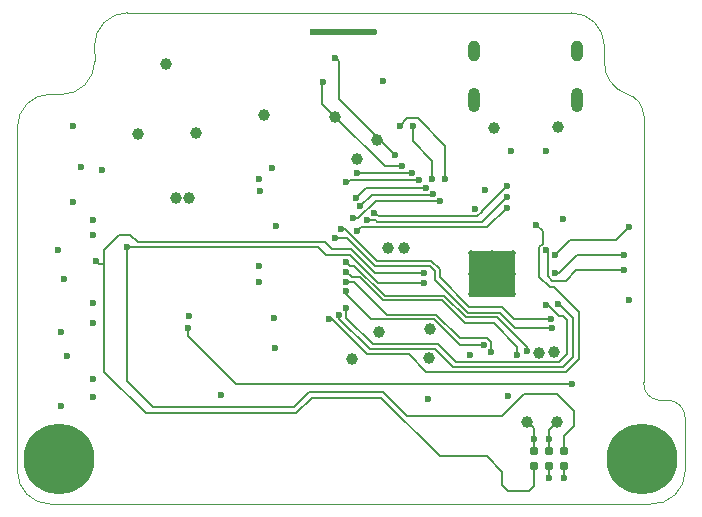
<source format=gbr>
%TF.GenerationSoftware,KiCad,Pcbnew,8.0.1*%
%TF.CreationDate,2024-07-24T10:43:19-04:00*%
%TF.ProjectId,bitaxe-ESP-OLED,62697461-7865-42d4-9553-502d4f4c4544,rev?*%
%TF.SameCoordinates,Original*%
%TF.FileFunction,Copper,L1,Top*%
%TF.FilePolarity,Positive*%
%FSLAX46Y46*%
G04 Gerber Fmt 4.6, Leading zero omitted, Abs format (unit mm)*
G04 Created by KiCad (PCBNEW 8.0.1) date 2024-07-24 10:43:19*
%MOMM*%
%LPD*%
G01*
G04 APERTURE LIST*
%TA.AperFunction,SMDPad,CuDef*%
%ADD10C,1.000000*%
%TD*%
%TA.AperFunction,ConnectorPad*%
%ADD11C,0.787400*%
%TD*%
%TA.AperFunction,ComponentPad*%
%ADD12C,0.800000*%
%TD*%
%TA.AperFunction,ComponentPad*%
%ADD13C,6.000000*%
%TD*%
%TA.AperFunction,ComponentPad*%
%ADD14O,1.000000X1.800000*%
%TD*%
%TA.AperFunction,ComponentPad*%
%ADD15O,1.000000X2.100000*%
%TD*%
%TA.AperFunction,HeatsinkPad*%
%ADD16C,0.500000*%
%TD*%
%TA.AperFunction,HeatsinkPad*%
%ADD17R,4.000000X4.000000*%
%TD*%
%TA.AperFunction,ViaPad*%
%ADD18C,0.600000*%
%TD*%
%TA.AperFunction,ViaPad*%
%ADD19C,1.000000*%
%TD*%
%TA.AperFunction,Conductor*%
%ADD20C,0.200000*%
%TD*%
%TA.AperFunction,Conductor*%
%ADD21C,0.500000*%
%TD*%
%TA.AperFunction,Profile*%
%ADD22C,0.100000*%
%TD*%
G04 APERTURE END LIST*
D10*
%TO.P,TP3,1,1*%
%TO.N,/GPIO1*%
X160500000Y-73000000D03*
%TD*%
D11*
%TO.P,J3,1,Pin_1*%
%TO.N,/RESET*%
X176355000Y-99285000D03*
%TO.P,J3,2,Pin_2*%
%TO.N,/3V3*%
X176355000Y-100555000D03*
%TO.P,J3,3,Pin_3*%
%TO.N,/P_TX*%
X175085000Y-99285000D03*
%TO.P,J3,4,Pin_4*%
%TO.N,GND*%
X175085000Y-100555000D03*
%TO.P,J3,5,Pin_5*%
%TO.N,/P_RX*%
X173815000Y-99285000D03*
%TO.P,J3,6,Pin_6*%
%TO.N,/GPIO0*%
X173815000Y-100555000D03*
%TD*%
D10*
%TO.P,TP7,1,1*%
%TO.N,/P_RX*%
X173250000Y-96850000D03*
%TD*%
D12*
%TO.P,H3,1*%
%TO.N,N/C*%
X131323000Y-100000000D03*
X131982010Y-98409010D03*
X131982010Y-101590990D03*
X133573000Y-97750000D03*
D13*
X133573000Y-100000000D03*
D12*
X133573000Y-102250000D03*
X135163990Y-98409010D03*
X135163990Y-101590990D03*
X135823000Y-100000000D03*
%TD*%
D10*
%TO.P,TP6,1,1*%
%TO.N,/P_TX*%
X175750000Y-96850000D03*
%TD*%
D12*
%TO.P,H4,1*%
%TO.N,N/C*%
X180750000Y-100000000D03*
X181409010Y-98409010D03*
X181409010Y-101590990D03*
X183000000Y-97750000D03*
D13*
X183000000Y-100000000D03*
D12*
X183000000Y-102250000D03*
X184590990Y-98409010D03*
X184590990Y-101590990D03*
X185250000Y-100000000D03*
%TD*%
D10*
%TO.P,TP4,1,1*%
%TO.N,/GPIO2*%
X157000000Y-71000000D03*
%TD*%
D14*
%TO.P,J2,S1,SHIELD*%
%TO.N,GND*%
X168780000Y-65425000D03*
D15*
X168780000Y-69605000D03*
D14*
X177420000Y-65425000D03*
D15*
X177420000Y-69605000D03*
%TD*%
D16*
%TO.P,U2,57,PAD*%
%TO.N,GND*%
X168500000Y-82550000D03*
X168500000Y-84300000D03*
X168500000Y-86050000D03*
X170250000Y-82550000D03*
X170250000Y-84300000D03*
D17*
X170250000Y-84300000D03*
D16*
X170250000Y-86050000D03*
X172000000Y-82550000D03*
X172000000Y-84300000D03*
X172000000Y-86050000D03*
%TD*%
D18*
%TO.N,GND*%
X135500000Y-75250000D03*
X150600000Y-77250000D03*
X133750000Y-95500000D03*
X164815000Y-94900000D03*
D19*
X145200000Y-72400000D03*
D18*
X169700000Y-77200000D03*
X134000000Y-84750000D03*
X151800000Y-88050000D03*
X171650000Y-94670000D03*
X136510000Y-86750000D03*
D19*
X140250000Y-72500000D03*
D18*
X133750000Y-89250000D03*
X134250000Y-91250000D03*
D19*
X142700000Y-66550000D03*
D18*
X134750000Y-71750000D03*
X174850000Y-73900000D03*
X171850000Y-73900000D03*
X175100000Y-101600000D03*
X161000000Y-68000000D03*
X151950000Y-80250000D03*
X181900000Y-86500000D03*
X144650000Y-87850000D03*
X136500000Y-93200000D03*
D19*
X158800000Y-74600000D03*
D18*
X176250000Y-79650000D03*
X168400000Y-91200000D03*
X151650000Y-75350000D03*
D19*
X175550000Y-90950000D03*
X160700000Y-89200000D03*
X158450000Y-91500000D03*
D18*
X136500000Y-79750000D03*
X133500000Y-82250000D03*
X150550000Y-83600000D03*
X134750000Y-78250000D03*
D19*
X161450000Y-82150000D03*
D18*
X151900000Y-90600000D03*
D19*
%TO.N,/VBUS*%
X175875000Y-71875000D03*
X170450000Y-72000000D03*
X151000000Y-70850000D03*
D18*
%TO.N,/5V_BAP*%
X155100000Y-63800000D03*
X160300000Y-63800000D03*
%TO.N,/RESET*%
X164500000Y-85050000D03*
X139350000Y-82050000D03*
%TO.N,/3V3*%
X136500000Y-81000000D03*
X137200000Y-75500000D03*
D19*
X162850000Y-82100000D03*
X174250000Y-91000000D03*
X165005971Y-88950000D03*
D18*
X150500000Y-85000000D03*
D19*
X144650000Y-77900000D03*
D18*
X150550000Y-76250000D03*
X136510000Y-88500000D03*
X176350000Y-101600000D03*
X136500000Y-94750000D03*
D19*
X143500000Y-77900000D03*
X164900000Y-91450000D03*
D18*
X147300000Y-94550000D03*
X168800000Y-78800000D03*
%TO.N,/GPIO0*%
X136750000Y-83250000D03*
X164500000Y-84250000D03*
%TO.N,/I2C_SCL*%
X158849997Y-80660050D03*
X171500000Y-78700000D03*
%TO.N,/I2C_SCK*%
X159650000Y-79750000D03*
X171500000Y-77800000D03*
%TO.N,/TP_INT*%
X160250000Y-79150000D03*
X171500000Y-76850000D03*
%TO.N,/LCD_BLK*%
X177000000Y-93600000D03*
X144550000Y-88850000D03*
%TO.N,/SPI_CS*%
X175625000Y-82682028D03*
X181900000Y-80300000D03*
%TO.N,/SPI_Q*%
X181400002Y-82700000D03*
X175625437Y-84275735D03*
%TO.N,/SPI_WP*%
X174874265Y-82274265D03*
X181400002Y-84000000D03*
%TO.N,/LCD_D5*%
X169591469Y-90346804D03*
X157939272Y-85796801D03*
%TO.N,/LCD_WR*%
X165250000Y-77550000D03*
X159100000Y-78600000D03*
%TO.N,/LCD_D2*%
X157939272Y-83300000D03*
X173217157Y-90832843D03*
%TO.N,/LCD_D3*%
X157930576Y-84114497D03*
X172400000Y-91200000D03*
%TO.N,/LCD_D4*%
X170191469Y-90906468D03*
X157939272Y-84996798D03*
%TO.N,/LCD_CS*%
X164050000Y-76400000D03*
X157862434Y-76541968D03*
%TO.N,/LCD_D0*%
X157500000Y-80511957D03*
X175299264Y-88099264D03*
%TO.N,/LCD_D6*%
X174838815Y-86937935D03*
X157939272Y-87174265D03*
%TO.N,/TP_RESET*%
X156500000Y-88150000D03*
X174000000Y-80150000D03*
%TO.N,/LCD_DC*%
X158742228Y-77884456D03*
X164650000Y-77000000D03*
%TO.N,/LCD_RD*%
X158500000Y-79600000D03*
X165825078Y-78115687D03*
%TO.N,/LCD_D1*%
X175323529Y-88923529D03*
X157000000Y-81250000D03*
%TO.N,/LCD_D7*%
X157339272Y-87754259D03*
X175850000Y-86900000D03*
%TO.N,/LCD_RES*%
X163450000Y-75800000D03*
X158835713Y-75800000D03*
%TO.N,/BAP_RX*%
X162450000Y-71800000D03*
X166300000Y-76300000D03*
%TO.N,/BAP_TX*%
X165200000Y-76300000D03*
X163550000Y-71800000D03*
%TO.N,/GPIO2*%
X162624265Y-75200000D03*
X155950000Y-68050000D03*
%TO.N,/GPIO1*%
X157000000Y-66000000D03*
X162024265Y-74224265D03*
%TO.N,/P_RX*%
X173800000Y-98250000D03*
%TO.N,/P_TX*%
X175100000Y-98250000D03*
%TD*%
D20*
%TO.N,GND*%
X175085000Y-100555000D02*
X175085000Y-101585000D01*
X175085000Y-101585000D02*
X175100000Y-101600000D01*
D21*
%TO.N,/5V_BAP*%
X155100000Y-63800000D02*
X160300000Y-63800000D01*
D20*
%TO.N,/RESET*%
X156200000Y-82700000D02*
X158281372Y-82700000D01*
X155550000Y-82050000D02*
X156200000Y-82700000D01*
X139350000Y-82050000D02*
X139350000Y-93350000D01*
X171100000Y-96350000D02*
X173000000Y-94450000D01*
X139350000Y-93350000D02*
X141600000Y-95600000D01*
X141600000Y-95600000D02*
X153500000Y-95600000D01*
X177200000Y-95900000D02*
X177200000Y-97150000D01*
X139350000Y-82050000D02*
X155550000Y-82050000D01*
X177200000Y-97150000D02*
X176355000Y-97995000D01*
X161050000Y-94300000D02*
X163100000Y-96350000D01*
X175750000Y-94450000D02*
X177200000Y-95900000D01*
X154800000Y-94300000D02*
X161050000Y-94300000D01*
X163100000Y-96350000D02*
X171100000Y-96350000D01*
X160631372Y-85050000D02*
X164500000Y-85050000D01*
X158281372Y-82700000D02*
X160631372Y-85050000D01*
X176355000Y-97995000D02*
X176355000Y-99285000D01*
X153500000Y-95600000D02*
X154800000Y-94300000D01*
X173000000Y-94450000D02*
X175750000Y-94450000D01*
%TO.N,/3V3*%
X176350000Y-100560000D02*
X176355000Y-100555000D01*
X176350000Y-101600000D02*
X176350000Y-100560000D01*
%TO.N,/GPIO0*%
X173815000Y-102235000D02*
X173815000Y-100555000D01*
X138700000Y-81000000D02*
X139650000Y-81000000D01*
X137450000Y-92600000D02*
X140950000Y-96100000D01*
X169850000Y-99750000D02*
X171150000Y-101050000D01*
X136750000Y-83250000D02*
X137000000Y-83500000D01*
X160900000Y-94800000D02*
X165850000Y-99750000D01*
X140300000Y-81650000D02*
X156150000Y-81650000D01*
X171150000Y-101050000D02*
X171150000Y-102150000D01*
X160397058Y-84250000D02*
X164500000Y-84250000D01*
X173400000Y-102650000D02*
X173815000Y-102235000D01*
X139650000Y-81000000D02*
X140300000Y-81650000D01*
X156677669Y-82177669D02*
X158324727Y-82177669D01*
X165850000Y-99750000D02*
X169850000Y-99750000D01*
X171150000Y-102150000D02*
X171650000Y-102650000D01*
X138700000Y-81000000D02*
X137450000Y-82250000D01*
X137000000Y-83500000D02*
X137450000Y-83500000D01*
X137450000Y-83500000D02*
X137450000Y-92600000D01*
X156150000Y-81650000D02*
X156677669Y-82177669D01*
X137450000Y-82250000D02*
X137450000Y-83500000D01*
X140950000Y-96100000D02*
X153700000Y-96100000D01*
X171650000Y-102650000D02*
X173400000Y-102650000D01*
X153700000Y-96100000D02*
X155000000Y-94800000D01*
X158324727Y-82177669D02*
X160397058Y-84250000D01*
X155000000Y-94800000D02*
X160900000Y-94800000D01*
%TO.N,/I2C_SCL*%
X159160047Y-80350000D02*
X169850000Y-80350000D01*
X158849997Y-80660050D02*
X159160047Y-80350000D01*
X169850000Y-80350000D02*
X171500000Y-78700000D01*
%TO.N,/I2C_SCK*%
X169400000Y-79900000D02*
X171500000Y-77800000D01*
X159650000Y-79750000D02*
X160401471Y-79750000D01*
X160551471Y-79900000D02*
X169400000Y-79900000D01*
X160401471Y-79750000D02*
X160551471Y-79900000D01*
%TO.N,/TP_INT*%
X160667157Y-79450000D02*
X168998529Y-79450000D01*
X169400000Y-79000000D02*
X171500000Y-76900000D01*
X169400000Y-79048529D02*
X169400000Y-79000000D01*
X160250000Y-79150000D02*
X160450000Y-79350000D01*
X160450000Y-79350000D02*
X160567157Y-79350000D01*
X160567157Y-79350000D02*
X160667157Y-79450000D01*
X171500000Y-76900000D02*
X171500000Y-76850000D01*
X168998529Y-79450000D02*
X169400000Y-79048529D01*
%TO.N,/LCD_BLK*%
X177000000Y-93600000D02*
X148550000Y-93600000D01*
X144550000Y-89600000D02*
X144550000Y-88850000D01*
X148550000Y-93600000D02*
X144550000Y-89600000D01*
%TO.N,/SPI_CS*%
X176857028Y-81450000D02*
X175625000Y-82682028D01*
X180750000Y-81450000D02*
X176857028Y-81450000D01*
X181900000Y-80300000D02*
X180750000Y-81450000D01*
%TO.N,/SPI_Q*%
X175924265Y-84275735D02*
X177500000Y-82700000D01*
X175625437Y-84275735D02*
X175924265Y-84275735D01*
X177500000Y-82700000D02*
X181400002Y-82700000D01*
%TO.N,/SPI_WP*%
X174974265Y-84524264D02*
X174974265Y-84027206D01*
X175000000Y-82400000D02*
X174874265Y-82274265D01*
X175000000Y-84001471D02*
X175000000Y-82400000D01*
X181400002Y-84000000D02*
X177400000Y-84000000D01*
X177400000Y-84000000D02*
X176524265Y-84875735D01*
X176524265Y-84875735D02*
X175325736Y-84875735D01*
X174974265Y-84027206D02*
X175000000Y-84001471D01*
X175325736Y-84875735D02*
X174974265Y-84524264D01*
%TO.N,/LCD_D5*%
X160050000Y-88150000D02*
X165350000Y-88150000D01*
X167546804Y-90346804D02*
X169591469Y-90346804D01*
X165350000Y-88150000D02*
X167546804Y-90346804D01*
X157939272Y-85796801D02*
X157939272Y-86039272D01*
X157939272Y-86039272D02*
X160050000Y-88150000D01*
%TO.N,/LCD_WR*%
X160100000Y-77600000D02*
X165200000Y-77600000D01*
X165200000Y-77600000D02*
X165250000Y-77550000D01*
X159100000Y-78600000D02*
X160100000Y-77600000D01*
%TO.N,/LCD_D2*%
X161165686Y-86150000D02*
X166215686Y-86150000D01*
X158615686Y-83600000D02*
X161165686Y-86150000D01*
X157939272Y-83300000D02*
X158239272Y-83600000D01*
X173217157Y-90517157D02*
X173217157Y-90832843D01*
X168065686Y-88000000D02*
X170700000Y-88000000D01*
X170700000Y-88000000D02*
X173217157Y-90517157D01*
X158239272Y-83600000D02*
X158615686Y-83600000D01*
X166215686Y-86150000D02*
X168065686Y-88000000D01*
%TO.N,/LCD_D3*%
X168000000Y-88500000D02*
X170400000Y-88500000D01*
X166050000Y-86550000D02*
X168000000Y-88500000D01*
X170400000Y-88500000D02*
X172400000Y-90500000D01*
X158416079Y-84600000D02*
X159050000Y-84600000D01*
X161000000Y-86550000D02*
X166050000Y-86550000D01*
X157930576Y-84114497D02*
X158416079Y-84600000D01*
X159050000Y-84600000D02*
X161000000Y-86550000D01*
X172400000Y-90500000D02*
X172400000Y-91200000D01*
%TO.N,/LCD_D4*%
X170191469Y-90098275D02*
X170191469Y-90906468D01*
X157939272Y-84996798D02*
X157942474Y-85000000D01*
X167512490Y-89746804D02*
X169839998Y-89746804D01*
X161350000Y-87750000D02*
X165515686Y-87750000D01*
X165515686Y-87750000D02*
X167512490Y-89746804D01*
X158600000Y-85000000D02*
X161350000Y-87750000D01*
X169839998Y-89746804D02*
X170191469Y-90098275D01*
X157942474Y-85000000D02*
X158600000Y-85000000D01*
%TO.N,/LCD_CS*%
X158250000Y-76400000D02*
X164050000Y-76400000D01*
X158108032Y-76541968D02*
X158250000Y-76400000D01*
X157862434Y-76541968D02*
X158108032Y-76541968D01*
%TO.N,/LCD_D0*%
X157811957Y-80511957D02*
X160500000Y-83200000D01*
X165115686Y-83200000D02*
X165850000Y-83934314D01*
X165850000Y-84600000D02*
X168350000Y-87100000D01*
X157500000Y-80511957D02*
X157811957Y-80511957D01*
X171100000Y-87100000D02*
X172099264Y-88099264D01*
X160500000Y-83200000D02*
X165115686Y-83200000D01*
X165850000Y-83934314D02*
X165850000Y-84600000D01*
X172099264Y-88099264D02*
X175299264Y-88099264D01*
X168350000Y-87100000D02*
X171100000Y-87100000D01*
%TO.N,/LCD_D6*%
X176298529Y-87850000D02*
X175950000Y-87850000D01*
X160150000Y-90250000D02*
X165700000Y-90250000D01*
X175950000Y-91800000D02*
X176650000Y-91100000D01*
X175950000Y-87850000D02*
X175037935Y-86937935D01*
X176650000Y-91100000D02*
X176650000Y-88201471D01*
X157939272Y-87174265D02*
X157939272Y-88039272D01*
X157939272Y-88039272D02*
X160150000Y-90250000D01*
X176650000Y-88201471D02*
X176298529Y-87850000D01*
X167250000Y-91800000D02*
X175950000Y-91800000D01*
X165700000Y-90250000D02*
X167250000Y-91800000D01*
X175037935Y-86937935D02*
X174838815Y-86937935D01*
%TO.N,/TP_RESET*%
X176500000Y-92600000D02*
X177600000Y-91500000D01*
X177600000Y-87550000D02*
X175500000Y-85450000D01*
X156750000Y-88150000D02*
X159700000Y-91100000D01*
X163200000Y-91100000D02*
X164700000Y-92600000D01*
X164700000Y-92600000D02*
X176500000Y-92600000D01*
X175150000Y-85450000D02*
X174250000Y-84550000D01*
X159700000Y-91100000D02*
X163200000Y-91100000D01*
X174550000Y-81750000D02*
X174550000Y-80700000D01*
X174250000Y-84550000D02*
X174250000Y-82050000D01*
X175500000Y-85450000D02*
X175150000Y-85450000D01*
X174550000Y-80700000D02*
X174000000Y-80150000D01*
X156500000Y-88150000D02*
X156750000Y-88150000D01*
X177600000Y-91500000D02*
X177600000Y-87550000D01*
X174250000Y-82050000D02*
X174550000Y-81750000D01*
%TO.N,/LCD_DC*%
X159626684Y-77000000D02*
X164650000Y-77000000D01*
X158742228Y-77884456D02*
X159626684Y-77000000D01*
%TO.N,/LCD_RD*%
X158500000Y-79600000D02*
X158951471Y-79600000D01*
X165790765Y-78150000D02*
X165825078Y-78115687D01*
X160401471Y-78150000D02*
X165790765Y-78150000D01*
X158951471Y-79600000D02*
X160401471Y-78150000D01*
%TO.N,/LCD_D1*%
X165000000Y-83650000D02*
X165450000Y-84100000D01*
X165450000Y-84100000D02*
X165450000Y-84818628D01*
X172223529Y-88923529D02*
X175323529Y-88923529D01*
X157000000Y-81250000D02*
X157962744Y-81250000D01*
X170900000Y-87600000D02*
X172223529Y-88923529D01*
X165450000Y-84818628D02*
X168231372Y-87600000D01*
X157962744Y-81250000D02*
X160362744Y-83650000D01*
X160362744Y-83650000D02*
X165000000Y-83650000D01*
X168231372Y-87600000D02*
X170900000Y-87600000D01*
%TO.N,/LCD_D7*%
X157339272Y-88089272D02*
X159900000Y-90650000D01*
X157339272Y-87754259D02*
X157339272Y-88089272D01*
X177100000Y-91350000D02*
X177100000Y-88085785D01*
X175914215Y-86900000D02*
X175850000Y-86900000D01*
X165400000Y-90650000D02*
X166950000Y-92200000D01*
X177100000Y-88085785D02*
X175914215Y-86900000D01*
X159900000Y-90650000D02*
X165400000Y-90650000D01*
X176250000Y-92200000D02*
X177100000Y-91350000D01*
X166950000Y-92200000D02*
X176250000Y-92200000D01*
%TO.N,/LCD_RES*%
X158835713Y-75800000D02*
X163450000Y-75800000D01*
%TO.N,/BAP_RX*%
X164000000Y-71150000D02*
X166300000Y-73450000D01*
X162450000Y-71800000D02*
X163100000Y-71150000D01*
X166300000Y-73450000D02*
X166300000Y-76300000D01*
X163100000Y-71150000D02*
X164000000Y-71150000D01*
%TO.N,/BAP_TX*%
X163550000Y-71800000D02*
X163550000Y-73100000D01*
X165200000Y-74750000D02*
X165200000Y-76300000D01*
X163550000Y-73100000D02*
X165200000Y-74750000D01*
%TO.N,/GPIO2*%
X155900000Y-68100000D02*
X155900000Y-69900000D01*
X161200000Y-75200000D02*
X157000000Y-71000000D01*
X162624265Y-75200000D02*
X161200000Y-75200000D01*
X155950000Y-68050000D02*
X155900000Y-68100000D01*
X155900000Y-69900000D02*
X157000000Y-71000000D01*
%TO.N,/GPIO1*%
X157300000Y-69500000D02*
X157300000Y-66300000D01*
X162024265Y-74224265D02*
X157300000Y-69500000D01*
X157300000Y-66300000D02*
X157000000Y-66000000D01*
%TO.N,/P_RX*%
X173800000Y-98250000D02*
X173800000Y-97400000D01*
X173800000Y-97400000D02*
X173250000Y-96850000D01*
X173815000Y-99285000D02*
X173815000Y-98265000D01*
X173815000Y-98265000D02*
X173800000Y-98250000D01*
%TO.N,/P_TX*%
X175085000Y-99285000D02*
X175085000Y-98265000D01*
X175085000Y-98265000D02*
X175100000Y-98250000D01*
X175100000Y-98250000D02*
X175100000Y-97500000D01*
X175100000Y-97500000D02*
X175750000Y-96850000D01*
%TD*%
D22*
X132873000Y-103800000D02*
G75*
G02*
X130073000Y-101000000I0J2800000D01*
G01*
X176970101Y-62204899D02*
X139400000Y-62200000D01*
X186624568Y-100999053D02*
G75*
G02*
X183647004Y-103799936I-2818968J13653D01*
G01*
X130079899Y-71879899D02*
G75*
G02*
X132879899Y-69079899I2800001J-1D01*
G01*
X132873000Y-103800000D02*
X183647000Y-103800000D01*
X136600000Y-65000000D02*
G75*
G02*
X139400000Y-62200000I2800000J0D01*
G01*
X133820101Y-69120101D02*
X132879899Y-69079899D01*
X136600000Y-65000000D02*
X136620101Y-66320101D01*
X181675506Y-69070019D02*
G75*
G02*
X179779900Y-66420101I904394J2649919D01*
G01*
X181675506Y-69070020D02*
G75*
G02*
X183102045Y-70950000I-525506J-1879980D01*
G01*
X186620000Y-96500000D02*
X186620000Y-101000000D01*
X130079899Y-71879899D02*
X130073000Y-101000000D01*
X184400000Y-95000000D02*
X185120000Y-95000000D01*
X183102045Y-70950000D02*
X183100000Y-93500000D01*
X136620101Y-66320101D02*
G75*
G02*
X133820101Y-69120101I-2800001J1D01*
G01*
X176970101Y-62204899D02*
G75*
G02*
X179770101Y-65004899I-1J-2800001D01*
G01*
X184400000Y-94999999D02*
G75*
G02*
X183100001Y-93500000I100000J1399999D01*
G01*
X179770101Y-65004899D02*
X179779899Y-66420101D01*
X185120000Y-95000000D02*
G75*
G02*
X186620000Y-96500000I0J-1500000D01*
G01*
M02*

</source>
